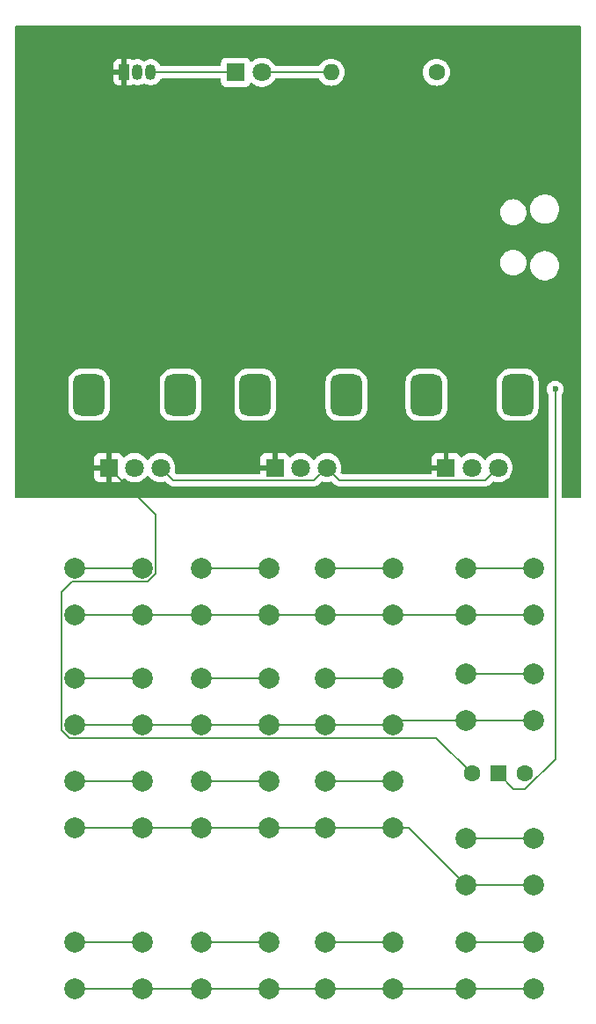
<source format=gtl>
G04 #@! TF.GenerationSoftware,KiCad,Pcbnew,8.0.4*
G04 #@! TF.CreationDate,2024-08-21T22:32:04+02:00*
G04 #@! TF.ProjectId,pixxy,70697878-792e-46b6-9963-61645f706362,rev?*
G04 #@! TF.SameCoordinates,Original*
G04 #@! TF.FileFunction,Copper,L1,Top*
G04 #@! TF.FilePolarity,Positive*
%FSLAX46Y46*%
G04 Gerber Fmt 4.6, Leading zero omitted, Abs format (unit mm)*
G04 Created by KiCad (PCBNEW 8.0.4) date 2024-08-21 22:32:04*
%MOMM*%
%LPD*%
G01*
G04 APERTURE LIST*
G04 Aperture macros list*
%AMRoundRect*
0 Rectangle with rounded corners*
0 $1 Rounding radius*
0 $2 $3 $4 $5 $6 $7 $8 $9 X,Y pos of 4 corners*
0 Add a 4 corners polygon primitive as box body*
4,1,4,$2,$3,$4,$5,$6,$7,$8,$9,$2,$3,0*
0 Add four circle primitives for the rounded corners*
1,1,$1+$1,$2,$3*
1,1,$1+$1,$4,$5*
1,1,$1+$1,$6,$7*
1,1,$1+$1,$8,$9*
0 Add four rect primitives between the rounded corners*
20,1,$1+$1,$2,$3,$4,$5,0*
20,1,$1+$1,$4,$5,$6,$7,0*
20,1,$1+$1,$6,$7,$8,$9,0*
20,1,$1+$1,$8,$9,$2,$3,0*%
G04 Aperture macros list end*
G04 #@! TA.AperFunction,ComponentPad*
%ADD10R,1.800000X1.800000*%
G04 #@! TD*
G04 #@! TA.AperFunction,ComponentPad*
%ADD11C,1.800000*%
G04 #@! TD*
G04 #@! TA.AperFunction,ComponentPad*
%ADD12RoundRect,0.750000X0.750000X-1.250000X0.750000X1.250000X-0.750000X1.250000X-0.750000X-1.250000X0*%
G04 #@! TD*
G04 #@! TA.AperFunction,ComponentPad*
%ADD13C,2.000000*%
G04 #@! TD*
G04 #@! TA.AperFunction,ComponentPad*
%ADD14R,1.500000X1.500000*%
G04 #@! TD*
G04 #@! TA.AperFunction,ComponentPad*
%ADD15C,1.600000*%
G04 #@! TD*
G04 #@! TA.AperFunction,ComponentPad*
%ADD16R,1.050000X1.500000*%
G04 #@! TD*
G04 #@! TA.AperFunction,ComponentPad*
%ADD17O,1.050000X1.500000*%
G04 #@! TD*
G04 #@! TA.AperFunction,ComponentPad*
%ADD18O,1.600000X1.600000*%
G04 #@! TD*
G04 #@! TA.AperFunction,ViaPad*
%ADD19C,0.600000*%
G04 #@! TD*
G04 #@! TA.AperFunction,Conductor*
%ADD20C,0.200000*%
G04 #@! TD*
G04 APERTURE END LIST*
D10*
X83000000Y-76550000D03*
D11*
X85500000Y-76550000D03*
X88000000Y-76550000D03*
D12*
X81100000Y-69550000D03*
X89900000Y-69550000D03*
D13*
X59400000Y-86250000D03*
X65900000Y-86250000D03*
X59400000Y-90750000D03*
X65900000Y-90750000D03*
X47250000Y-96800000D03*
X53750000Y-96800000D03*
X47250000Y-101300000D03*
X53750000Y-101300000D03*
D14*
X88000000Y-106000000D03*
D15*
X85460000Y-106000000D03*
X90540000Y-106000000D03*
D13*
X59400000Y-96800000D03*
X65900000Y-96800000D03*
X59400000Y-101300000D03*
X65900000Y-101300000D03*
X84900000Y-112250000D03*
X91400000Y-112250000D03*
X84900000Y-116750000D03*
X91400000Y-116750000D03*
D16*
X52000000Y-38500000D03*
D17*
X53270000Y-38500000D03*
X54540000Y-38500000D03*
D10*
X66500000Y-76550000D03*
D11*
X69000000Y-76550000D03*
X71500000Y-76550000D03*
D12*
X64600000Y-69550000D03*
X73400000Y-69550000D03*
D13*
X84900000Y-86250000D03*
X91400000Y-86250000D03*
X84900000Y-90750000D03*
X91400000Y-90750000D03*
D10*
X62725000Y-38500000D03*
D11*
X65265000Y-38500000D03*
D13*
X71400000Y-122250000D03*
X77900000Y-122250000D03*
X71400000Y-126750000D03*
X77900000Y-126750000D03*
X47250000Y-86250000D03*
X53750000Y-86250000D03*
X47250000Y-90750000D03*
X53750000Y-90750000D03*
X71400000Y-86250000D03*
X77900000Y-86250000D03*
X71400000Y-90750000D03*
X77900000Y-90750000D03*
X59400000Y-106750000D03*
X65900000Y-106750000D03*
X59400000Y-111250000D03*
X65900000Y-111250000D03*
X71400000Y-106750000D03*
X77900000Y-106750000D03*
X71400000Y-111250000D03*
X77900000Y-111250000D03*
X84900000Y-122250000D03*
X91400000Y-122250000D03*
X84900000Y-126750000D03*
X91400000Y-126750000D03*
D10*
X50500000Y-76550000D03*
D11*
X53000000Y-76550000D03*
X55500000Y-76550000D03*
D12*
X48600000Y-69550000D03*
X57400000Y-69550000D03*
D13*
X47250000Y-122250000D03*
X53750000Y-122250000D03*
X47250000Y-126750000D03*
X53750000Y-126750000D03*
X84900000Y-96400000D03*
X91400000Y-96400000D03*
X84900000Y-100900000D03*
X91400000Y-100900000D03*
X71400000Y-96800000D03*
X77900000Y-96800000D03*
X71400000Y-101300000D03*
X77900000Y-101300000D03*
X59400000Y-122250000D03*
X65900000Y-122250000D03*
X59400000Y-126750000D03*
X65900000Y-126750000D03*
D15*
X82080000Y-38500000D03*
D18*
X71920000Y-38500000D03*
D13*
X47250000Y-106750000D03*
X53750000Y-106750000D03*
X47250000Y-111250000D03*
X53750000Y-111250000D03*
D19*
X87500000Y-47500000D03*
X93500000Y-69000000D03*
D20*
X71920000Y-38500000D02*
X65265000Y-38500000D01*
X62725000Y-38500000D02*
X54540000Y-38500000D01*
X55050000Y-86788478D02*
X54288478Y-87550000D01*
X46950000Y-87550000D02*
X45950000Y-88550000D01*
X46711522Y-102600000D02*
X82060000Y-102600000D01*
X82060000Y-102600000D02*
X85460000Y-106000000D01*
X54288478Y-87550000D02*
X46950000Y-87550000D01*
X45950000Y-101838478D02*
X46711522Y-102600000D01*
X55050000Y-81100000D02*
X55050000Y-86788478D01*
X50500000Y-76550000D02*
X55050000Y-81100000D01*
X45950000Y-88550000D02*
X45950000Y-101838478D01*
X71400000Y-90750000D02*
X77900000Y-90750000D01*
X77900000Y-90750000D02*
X84900000Y-90750000D01*
X53750000Y-90750000D02*
X59400000Y-90750000D01*
X65900000Y-90750000D02*
X59400000Y-90750000D01*
X84900000Y-90750000D02*
X91400000Y-90750000D01*
X65900000Y-90750000D02*
X71400000Y-90750000D01*
X47250000Y-90750000D02*
X53750000Y-90750000D01*
X53750000Y-96800000D02*
X47250000Y-96800000D01*
X47250000Y-122250000D02*
X53750000Y-122250000D01*
X53750000Y-106750000D02*
X47250000Y-106750000D01*
X53750000Y-86250000D02*
X47250000Y-86250000D01*
X59400000Y-86250000D02*
X65900000Y-86250000D01*
X65900000Y-106750000D02*
X59400000Y-106750000D01*
X65900000Y-96800000D02*
X59400000Y-96800000D01*
X65900000Y-122250000D02*
X59400000Y-122250000D01*
X77900000Y-86250000D02*
X71400000Y-86250000D01*
X71400000Y-122250000D02*
X77900000Y-122250000D01*
X77900000Y-96800000D02*
X71400000Y-96800000D01*
X77900000Y-106750000D02*
X71400000Y-106750000D01*
X91400000Y-112250000D02*
X84900000Y-112250000D01*
X91400000Y-86250000D02*
X84900000Y-86250000D01*
X91400000Y-96400000D02*
X84900000Y-96400000D01*
X91400000Y-122250000D02*
X84900000Y-122250000D01*
X55500000Y-76550000D02*
X56700000Y-77750000D01*
X56700000Y-77750000D02*
X70300000Y-77750000D01*
X86800000Y-77750000D02*
X87717157Y-76832843D01*
X70300000Y-77750000D02*
X71500000Y-76550000D01*
X71500000Y-76550000D02*
X72700000Y-77750000D01*
X72700000Y-77750000D02*
X86800000Y-77750000D01*
X59400000Y-101300000D02*
X65900000Y-101300000D01*
X78300000Y-100900000D02*
X77900000Y-101300000D01*
X71400000Y-101300000D02*
X77900000Y-101300000D01*
X59400000Y-101300000D02*
X53750000Y-101300000D01*
X84900000Y-100900000D02*
X78300000Y-100900000D01*
X84900000Y-100900000D02*
X91400000Y-100900000D01*
X71400000Y-101300000D02*
X65900000Y-101300000D01*
X47250000Y-101300000D02*
X53750000Y-101300000D01*
X84900000Y-116750000D02*
X91400000Y-116750000D01*
X47250000Y-111250000D02*
X53750000Y-111250000D01*
X77900000Y-111250000D02*
X79400000Y-111250000D01*
X53750000Y-111250000D02*
X59400000Y-111250000D01*
X59400000Y-111250000D02*
X65900000Y-111250000D01*
X79400000Y-111250000D02*
X84900000Y-116750000D01*
X71400000Y-111250000D02*
X77900000Y-111250000D01*
X65900000Y-111250000D02*
X71400000Y-111250000D01*
X53750000Y-126750000D02*
X47250000Y-126750000D01*
X59400000Y-126750000D02*
X53750000Y-126750000D01*
X59400000Y-126750000D02*
X65900000Y-126750000D01*
X84900000Y-126750000D02*
X91400000Y-126750000D01*
X84900000Y-126750000D02*
X77900000Y-126750000D01*
X77900000Y-126750000D02*
X71400000Y-126750000D01*
X71400000Y-126750000D02*
X65900000Y-126750000D01*
X90595635Y-107500000D02*
X93500000Y-104595635D01*
X88000000Y-106000000D02*
X89500000Y-107500000D01*
X93500000Y-104595635D02*
X93500000Y-69000000D01*
X89500000Y-107500000D02*
X90595635Y-107500000D01*
G04 #@! TA.AperFunction,Conductor*
G36*
X95942539Y-34020185D02*
G01*
X95988294Y-34072989D01*
X95999500Y-34124500D01*
X95999500Y-79376000D01*
X95979815Y-79443039D01*
X95927011Y-79488794D01*
X95875500Y-79500000D01*
X94224500Y-79500000D01*
X94157461Y-79480315D01*
X94111706Y-79427511D01*
X94100500Y-79376000D01*
X94100500Y-69582412D01*
X94120185Y-69515373D01*
X94127555Y-69505097D01*
X94129810Y-69502267D01*
X94129816Y-69502262D01*
X94225789Y-69349522D01*
X94285368Y-69179255D01*
X94305565Y-69000000D01*
X94285368Y-68820745D01*
X94225789Y-68650478D01*
X94129816Y-68497738D01*
X94002262Y-68370184D01*
X93849523Y-68274211D01*
X93679254Y-68214631D01*
X93679249Y-68214630D01*
X93500004Y-68194435D01*
X93499996Y-68194435D01*
X93320750Y-68214630D01*
X93320745Y-68214631D01*
X93150476Y-68274211D01*
X92997737Y-68370184D01*
X92870184Y-68497737D01*
X92774211Y-68650476D01*
X92714631Y-68820745D01*
X92714630Y-68820750D01*
X92694435Y-68999996D01*
X92694435Y-69000003D01*
X92714630Y-69179249D01*
X92714631Y-69179254D01*
X92774211Y-69349523D01*
X92870185Y-69502263D01*
X92872445Y-69505097D01*
X92873334Y-69507275D01*
X92873889Y-69508158D01*
X92873734Y-69508255D01*
X92898855Y-69569783D01*
X92899500Y-69582412D01*
X92899500Y-79376000D01*
X92879815Y-79443039D01*
X92827011Y-79488794D01*
X92775500Y-79500000D01*
X41624500Y-79500000D01*
X41557461Y-79480315D01*
X41511706Y-79427511D01*
X41500500Y-79376000D01*
X41500500Y-75602155D01*
X49100000Y-75602155D01*
X49100000Y-76300000D01*
X50066988Y-76300000D01*
X50034075Y-76357007D01*
X50000000Y-76484174D01*
X50000000Y-76615826D01*
X50034075Y-76742993D01*
X50066988Y-76800000D01*
X49100000Y-76800000D01*
X49100000Y-77497844D01*
X49106401Y-77557372D01*
X49106403Y-77557379D01*
X49156645Y-77692086D01*
X49156649Y-77692093D01*
X49242809Y-77807187D01*
X49242812Y-77807190D01*
X49357906Y-77893350D01*
X49357913Y-77893354D01*
X49492620Y-77943596D01*
X49492627Y-77943598D01*
X49552155Y-77949999D01*
X49552172Y-77950000D01*
X50250000Y-77950000D01*
X50250000Y-76983012D01*
X50307007Y-77015925D01*
X50434174Y-77050000D01*
X50565826Y-77050000D01*
X50692993Y-77015925D01*
X50750000Y-76983012D01*
X50750000Y-77950000D01*
X51447828Y-77950000D01*
X51447844Y-77949999D01*
X51507372Y-77943598D01*
X51507379Y-77943596D01*
X51642086Y-77893354D01*
X51642093Y-77893350D01*
X51757187Y-77807190D01*
X51757190Y-77807187D01*
X51843350Y-77692093D01*
X51843353Y-77692088D01*
X51861678Y-77642955D01*
X51903549Y-77587020D01*
X51969013Y-77562602D01*
X52037286Y-77577453D01*
X52054023Y-77588433D01*
X52231365Y-77726464D01*
X52231371Y-77726468D01*
X52231374Y-77726470D01*
X52435497Y-77836936D01*
X52549487Y-77876068D01*
X52655015Y-77912297D01*
X52655017Y-77912297D01*
X52655019Y-77912298D01*
X52883951Y-77950500D01*
X52883952Y-77950500D01*
X53116048Y-77950500D01*
X53116049Y-77950500D01*
X53344981Y-77912298D01*
X53564503Y-77836936D01*
X53768626Y-77726470D01*
X53951784Y-77583913D01*
X54108979Y-77413153D01*
X54146191Y-77356196D01*
X54199337Y-77310839D01*
X54268569Y-77301415D01*
X54331904Y-77330917D01*
X54353809Y-77356196D01*
X54391016Y-77413147D01*
X54391019Y-77413151D01*
X54391021Y-77413153D01*
X54548216Y-77583913D01*
X54548219Y-77583915D01*
X54548222Y-77583918D01*
X54731365Y-77726464D01*
X54731371Y-77726468D01*
X54731374Y-77726470D01*
X54935497Y-77836936D01*
X55049487Y-77876068D01*
X55155015Y-77912297D01*
X55155017Y-77912297D01*
X55155019Y-77912298D01*
X55383951Y-77950500D01*
X55383952Y-77950500D01*
X55616048Y-77950500D01*
X55616049Y-77950500D01*
X55844981Y-77912298D01*
X55896897Y-77894474D01*
X55966693Y-77891324D01*
X56024840Y-77924075D01*
X56215139Y-78114374D01*
X56215149Y-78114385D01*
X56219479Y-78118715D01*
X56219480Y-78118716D01*
X56331284Y-78230520D01*
X56418095Y-78280639D01*
X56418097Y-78280641D01*
X56468213Y-78309576D01*
X56468215Y-78309577D01*
X56620942Y-78350500D01*
X56620943Y-78350500D01*
X70213331Y-78350500D01*
X70213347Y-78350501D01*
X70220943Y-78350501D01*
X70379054Y-78350501D01*
X70379057Y-78350501D01*
X70531785Y-78309577D01*
X70581904Y-78280639D01*
X70668716Y-78230520D01*
X70780520Y-78118716D01*
X70780520Y-78118714D01*
X70790728Y-78108507D01*
X70790730Y-78108504D01*
X70975160Y-77924073D01*
X71036481Y-77890590D01*
X71103102Y-77894474D01*
X71155019Y-77912298D01*
X71383951Y-77950500D01*
X71383952Y-77950500D01*
X71616048Y-77950500D01*
X71616049Y-77950500D01*
X71844981Y-77912298D01*
X71896897Y-77894474D01*
X71966693Y-77891324D01*
X72024840Y-77924075D01*
X72215139Y-78114374D01*
X72215149Y-78114385D01*
X72219479Y-78118715D01*
X72219480Y-78118716D01*
X72331284Y-78230520D01*
X72418095Y-78280639D01*
X72418097Y-78280641D01*
X72468213Y-78309576D01*
X72468215Y-78309577D01*
X72620942Y-78350500D01*
X72620943Y-78350500D01*
X86713331Y-78350500D01*
X86713347Y-78350501D01*
X86720943Y-78350501D01*
X86879054Y-78350501D01*
X86879057Y-78350501D01*
X87031785Y-78309577D01*
X87081904Y-78280639D01*
X87168716Y-78230520D01*
X87280520Y-78118716D01*
X87280520Y-78118714D01*
X87290728Y-78108507D01*
X87290730Y-78108504D01*
X87475160Y-77924073D01*
X87536481Y-77890590D01*
X87603102Y-77894474D01*
X87655019Y-77912298D01*
X87883951Y-77950500D01*
X87883952Y-77950500D01*
X88116048Y-77950500D01*
X88116049Y-77950500D01*
X88344981Y-77912298D01*
X88564503Y-77836936D01*
X88768626Y-77726470D01*
X88951784Y-77583913D01*
X89108979Y-77413153D01*
X89235924Y-77218849D01*
X89329157Y-77006300D01*
X89386134Y-76781305D01*
X89405300Y-76550000D01*
X89405300Y-76549993D01*
X89386135Y-76318702D01*
X89386133Y-76318691D01*
X89329157Y-76093699D01*
X89235924Y-75881151D01*
X89108983Y-75686852D01*
X89108980Y-75686849D01*
X89108979Y-75686847D01*
X88951784Y-75516087D01*
X88951779Y-75516083D01*
X88951777Y-75516081D01*
X88768634Y-75373535D01*
X88768628Y-75373531D01*
X88564504Y-75263064D01*
X88564495Y-75263061D01*
X88344984Y-75187702D01*
X88157404Y-75156401D01*
X88116049Y-75149500D01*
X87883951Y-75149500D01*
X87842596Y-75156401D01*
X87655015Y-75187702D01*
X87435504Y-75263061D01*
X87435495Y-75263064D01*
X87231371Y-75373531D01*
X87231365Y-75373535D01*
X87048222Y-75516081D01*
X87048219Y-75516084D01*
X87048216Y-75516086D01*
X87048216Y-75516087D01*
X87023785Y-75542627D01*
X86891015Y-75686854D01*
X86853808Y-75743804D01*
X86800662Y-75789161D01*
X86731430Y-75798584D01*
X86668095Y-75769082D01*
X86646192Y-75743804D01*
X86608984Y-75686854D01*
X86608982Y-75686852D01*
X86608979Y-75686847D01*
X86451784Y-75516087D01*
X86451779Y-75516083D01*
X86451777Y-75516081D01*
X86268634Y-75373535D01*
X86268628Y-75373531D01*
X86064504Y-75263064D01*
X86064495Y-75263061D01*
X85844984Y-75187702D01*
X85657404Y-75156401D01*
X85616049Y-75149500D01*
X85383951Y-75149500D01*
X85342596Y-75156401D01*
X85155015Y-75187702D01*
X84935504Y-75263061D01*
X84935495Y-75263064D01*
X84731372Y-75373531D01*
X84554023Y-75511567D01*
X84489029Y-75537209D01*
X84420489Y-75523642D01*
X84370164Y-75475174D01*
X84361679Y-75457045D01*
X84343355Y-75407915D01*
X84343350Y-75407906D01*
X84257190Y-75292812D01*
X84257187Y-75292809D01*
X84142093Y-75206649D01*
X84142086Y-75206645D01*
X84007379Y-75156403D01*
X84007372Y-75156401D01*
X83947844Y-75150000D01*
X83250000Y-75150000D01*
X83250000Y-76116988D01*
X83192993Y-76084075D01*
X83065826Y-76050000D01*
X82934174Y-76050000D01*
X82807007Y-76084075D01*
X82750000Y-76116988D01*
X82750000Y-75150000D01*
X82052155Y-75150000D01*
X81992627Y-75156401D01*
X81992620Y-75156403D01*
X81857913Y-75206645D01*
X81857906Y-75206649D01*
X81742812Y-75292809D01*
X81742809Y-75292812D01*
X81656649Y-75407906D01*
X81656645Y-75407913D01*
X81606403Y-75542620D01*
X81606401Y-75542627D01*
X81600000Y-75602155D01*
X81600000Y-76300000D01*
X82566988Y-76300000D01*
X82534075Y-76357007D01*
X82500000Y-76484174D01*
X82500000Y-76615826D01*
X82534075Y-76742993D01*
X82566988Y-76800000D01*
X81600000Y-76800000D01*
X81600000Y-77025500D01*
X81580315Y-77092539D01*
X81527511Y-77138294D01*
X81476000Y-77149500D01*
X73000097Y-77149500D01*
X72933058Y-77129815D01*
X72912416Y-77113181D01*
X72874204Y-77074969D01*
X72840719Y-77013646D01*
X72841680Y-76956847D01*
X72886131Y-76781317D01*
X72886133Y-76781308D01*
X72886134Y-76781305D01*
X72905300Y-76550000D01*
X72905300Y-76549993D01*
X72886135Y-76318702D01*
X72886133Y-76318691D01*
X72829157Y-76093699D01*
X72735924Y-75881151D01*
X72608983Y-75686852D01*
X72608980Y-75686849D01*
X72608979Y-75686847D01*
X72451784Y-75516087D01*
X72451779Y-75516083D01*
X72451777Y-75516081D01*
X72268634Y-75373535D01*
X72268628Y-75373531D01*
X72064504Y-75263064D01*
X72064495Y-75263061D01*
X71844984Y-75187702D01*
X71657404Y-75156401D01*
X71616049Y-75149500D01*
X71383951Y-75149500D01*
X71342596Y-75156401D01*
X71155015Y-75187702D01*
X70935504Y-75263061D01*
X70935495Y-75263064D01*
X70731371Y-75373531D01*
X70731365Y-75373535D01*
X70548222Y-75516081D01*
X70548219Y-75516084D01*
X70548216Y-75516086D01*
X70548216Y-75516087D01*
X70523785Y-75542627D01*
X70391015Y-75686854D01*
X70353808Y-75743804D01*
X70300662Y-75789161D01*
X70231430Y-75798584D01*
X70168095Y-75769082D01*
X70146192Y-75743804D01*
X70108984Y-75686854D01*
X70108982Y-75686852D01*
X70108979Y-75686847D01*
X69951784Y-75516087D01*
X69951779Y-75516083D01*
X69951777Y-75516081D01*
X69768634Y-75373535D01*
X69768628Y-75373531D01*
X69564504Y-75263064D01*
X69564495Y-75263061D01*
X69344984Y-75187702D01*
X69157404Y-75156401D01*
X69116049Y-75149500D01*
X68883951Y-75149500D01*
X68842596Y-75156401D01*
X68655015Y-75187702D01*
X68435504Y-75263061D01*
X68435495Y-75263064D01*
X68231372Y-75373531D01*
X68054023Y-75511567D01*
X67989029Y-75537209D01*
X67920489Y-75523642D01*
X67870164Y-75475174D01*
X67861679Y-75457045D01*
X67843355Y-75407915D01*
X67843350Y-75407906D01*
X67757190Y-75292812D01*
X67757187Y-75292809D01*
X67642093Y-75206649D01*
X67642086Y-75206645D01*
X67507379Y-75156403D01*
X67507372Y-75156401D01*
X67447844Y-75150000D01*
X66750000Y-75150000D01*
X66750000Y-76116988D01*
X66692993Y-76084075D01*
X66565826Y-76050000D01*
X66434174Y-76050000D01*
X66307007Y-76084075D01*
X66250000Y-76116988D01*
X66250000Y-75150000D01*
X65552155Y-75150000D01*
X65492627Y-75156401D01*
X65492620Y-75156403D01*
X65357913Y-75206645D01*
X65357906Y-75206649D01*
X65242812Y-75292809D01*
X65242809Y-75292812D01*
X65156649Y-75407906D01*
X65156645Y-75407913D01*
X65106403Y-75542620D01*
X65106401Y-75542627D01*
X65100000Y-75602155D01*
X65100000Y-76300000D01*
X66066988Y-76300000D01*
X66034075Y-76357007D01*
X66000000Y-76484174D01*
X66000000Y-76615826D01*
X66034075Y-76742993D01*
X66066988Y-76800000D01*
X65100000Y-76800000D01*
X65100000Y-77025500D01*
X65080315Y-77092539D01*
X65027511Y-77138294D01*
X64976000Y-77149500D01*
X57000097Y-77149500D01*
X56933058Y-77129815D01*
X56912416Y-77113181D01*
X56874204Y-77074969D01*
X56840719Y-77013646D01*
X56841680Y-76956847D01*
X56886131Y-76781317D01*
X56886133Y-76781308D01*
X56886134Y-76781305D01*
X56905300Y-76550000D01*
X56905300Y-76549993D01*
X56886135Y-76318702D01*
X56886133Y-76318691D01*
X56829157Y-76093699D01*
X56735924Y-75881151D01*
X56608983Y-75686852D01*
X56608980Y-75686849D01*
X56608979Y-75686847D01*
X56451784Y-75516087D01*
X56451779Y-75516083D01*
X56451777Y-75516081D01*
X56268634Y-75373535D01*
X56268628Y-75373531D01*
X56064504Y-75263064D01*
X56064495Y-75263061D01*
X55844984Y-75187702D01*
X55657404Y-75156401D01*
X55616049Y-75149500D01*
X55383951Y-75149500D01*
X55342596Y-75156401D01*
X55155015Y-75187702D01*
X54935504Y-75263061D01*
X54935495Y-75263064D01*
X54731371Y-75373531D01*
X54731365Y-75373535D01*
X54548222Y-75516081D01*
X54548219Y-75516084D01*
X54548216Y-75516086D01*
X54548216Y-75516087D01*
X54523785Y-75542627D01*
X54391015Y-75686854D01*
X54353808Y-75743804D01*
X54300662Y-75789161D01*
X54231430Y-75798584D01*
X54168095Y-75769082D01*
X54146192Y-75743804D01*
X54108984Y-75686854D01*
X54108982Y-75686852D01*
X54108979Y-75686847D01*
X53951784Y-75516087D01*
X53951779Y-75516083D01*
X53951777Y-75516081D01*
X53768634Y-75373535D01*
X53768628Y-75373531D01*
X53564504Y-75263064D01*
X53564495Y-75263061D01*
X53344984Y-75187702D01*
X53157404Y-75156401D01*
X53116049Y-75149500D01*
X52883951Y-75149500D01*
X52842596Y-75156401D01*
X52655015Y-75187702D01*
X52435504Y-75263061D01*
X52435495Y-75263064D01*
X52231372Y-75373531D01*
X52054023Y-75511567D01*
X51989029Y-75537209D01*
X51920489Y-75523642D01*
X51870164Y-75475174D01*
X51861679Y-75457045D01*
X51843355Y-75407915D01*
X51843350Y-75407906D01*
X51757190Y-75292812D01*
X51757187Y-75292809D01*
X51642093Y-75206649D01*
X51642086Y-75206645D01*
X51507379Y-75156403D01*
X51507372Y-75156401D01*
X51447844Y-75150000D01*
X50750000Y-75150000D01*
X50750000Y-76116988D01*
X50692993Y-76084075D01*
X50565826Y-76050000D01*
X50434174Y-76050000D01*
X50307007Y-76084075D01*
X50250000Y-76116988D01*
X50250000Y-75150000D01*
X49552155Y-75150000D01*
X49492627Y-75156401D01*
X49492620Y-75156403D01*
X49357913Y-75206645D01*
X49357906Y-75206649D01*
X49242812Y-75292809D01*
X49242809Y-75292812D01*
X49156649Y-75407906D01*
X49156645Y-75407913D01*
X49106403Y-75542620D01*
X49106401Y-75542627D01*
X49100000Y-75602155D01*
X41500500Y-75602155D01*
X41500500Y-68235777D01*
X46599500Y-68235777D01*
X46599500Y-70864208D01*
X46599501Y-70864223D01*
X46609904Y-70996413D01*
X46609905Y-70996420D01*
X46664902Y-71214678D01*
X46664903Y-71214681D01*
X46757991Y-71419622D01*
X46757997Y-71419632D01*
X46886174Y-71604645D01*
X46886178Y-71604650D01*
X46886181Y-71604654D01*
X47045346Y-71763819D01*
X47045350Y-71763822D01*
X47045354Y-71763825D01*
X47184603Y-71860297D01*
X47230374Y-71892007D01*
X47435317Y-71985096D01*
X47435321Y-71985097D01*
X47653579Y-72040094D01*
X47653581Y-72040094D01*
X47653588Y-72040096D01*
X47785783Y-72050500D01*
X49414216Y-72050499D01*
X49546412Y-72040096D01*
X49764683Y-71985096D01*
X49969626Y-71892007D01*
X50154654Y-71763819D01*
X50313819Y-71604654D01*
X50442007Y-71419626D01*
X50535096Y-71214683D01*
X50590096Y-70996412D01*
X50600500Y-70864217D01*
X50600499Y-68235784D01*
X50600498Y-68235777D01*
X55399500Y-68235777D01*
X55399500Y-70864208D01*
X55399501Y-70864223D01*
X55409904Y-70996413D01*
X55409905Y-70996420D01*
X55464902Y-71214678D01*
X55464903Y-71214681D01*
X55557991Y-71419622D01*
X55557997Y-71419632D01*
X55686174Y-71604645D01*
X55686178Y-71604650D01*
X55686181Y-71604654D01*
X55845346Y-71763819D01*
X55845350Y-71763822D01*
X55845354Y-71763825D01*
X55984603Y-71860297D01*
X56030374Y-71892007D01*
X56235317Y-71985096D01*
X56235321Y-71985097D01*
X56453579Y-72040094D01*
X56453581Y-72040094D01*
X56453588Y-72040096D01*
X56585783Y-72050500D01*
X58214216Y-72050499D01*
X58346412Y-72040096D01*
X58564683Y-71985096D01*
X58769626Y-71892007D01*
X58954654Y-71763819D01*
X59113819Y-71604654D01*
X59242007Y-71419626D01*
X59335096Y-71214683D01*
X59390096Y-70996412D01*
X59400500Y-70864217D01*
X59400499Y-68235784D01*
X59400498Y-68235777D01*
X62599500Y-68235777D01*
X62599500Y-70864208D01*
X62599501Y-70864223D01*
X62609904Y-70996413D01*
X62609905Y-70996420D01*
X62664902Y-71214678D01*
X62664903Y-71214681D01*
X62757991Y-71419622D01*
X62757997Y-71419632D01*
X62886174Y-71604645D01*
X62886178Y-71604650D01*
X62886181Y-71604654D01*
X63045346Y-71763819D01*
X63045350Y-71763822D01*
X63045354Y-71763825D01*
X63184603Y-71860297D01*
X63230374Y-71892007D01*
X63435317Y-71985096D01*
X63435321Y-71985097D01*
X63653579Y-72040094D01*
X63653581Y-72040094D01*
X63653588Y-72040096D01*
X63785783Y-72050500D01*
X65414216Y-72050499D01*
X65546412Y-72040096D01*
X65764683Y-71985096D01*
X65969626Y-71892007D01*
X66154654Y-71763819D01*
X66313819Y-71604654D01*
X66442007Y-71419626D01*
X66535096Y-71214683D01*
X66590096Y-70996412D01*
X66600500Y-70864217D01*
X66600499Y-68235784D01*
X66600498Y-68235777D01*
X71399500Y-68235777D01*
X71399500Y-70864208D01*
X71399501Y-70864223D01*
X71409904Y-70996413D01*
X71409905Y-70996420D01*
X71464902Y-71214678D01*
X71464903Y-71214681D01*
X71557991Y-71419622D01*
X71557997Y-71419632D01*
X71686174Y-71604645D01*
X71686178Y-71604650D01*
X71686181Y-71604654D01*
X71845346Y-71763819D01*
X71845350Y-71763822D01*
X71845354Y-71763825D01*
X71984603Y-71860297D01*
X72030374Y-71892007D01*
X72235317Y-71985096D01*
X72235321Y-71985097D01*
X72453579Y-72040094D01*
X72453581Y-72040094D01*
X72453588Y-72040096D01*
X72585783Y-72050500D01*
X74214216Y-72050499D01*
X74346412Y-72040096D01*
X74564683Y-71985096D01*
X74769626Y-71892007D01*
X74954654Y-71763819D01*
X75113819Y-71604654D01*
X75242007Y-71419626D01*
X75335096Y-71214683D01*
X75390096Y-70996412D01*
X75400500Y-70864217D01*
X75400499Y-68235784D01*
X75400498Y-68235777D01*
X79099500Y-68235777D01*
X79099500Y-70864208D01*
X79099501Y-70864223D01*
X79109904Y-70996413D01*
X79109905Y-70996420D01*
X79164902Y-71214678D01*
X79164903Y-71214681D01*
X79257991Y-71419622D01*
X79257997Y-71419632D01*
X79386174Y-71604645D01*
X79386178Y-71604650D01*
X79386181Y-71604654D01*
X79545346Y-71763819D01*
X79545350Y-71763822D01*
X79545354Y-71763825D01*
X79684603Y-71860297D01*
X79730374Y-71892007D01*
X79935317Y-71985096D01*
X79935321Y-71985097D01*
X80153579Y-72040094D01*
X80153581Y-72040094D01*
X80153588Y-72040096D01*
X80285783Y-72050500D01*
X81914216Y-72050499D01*
X82046412Y-72040096D01*
X82264683Y-71985096D01*
X82469626Y-71892007D01*
X82654654Y-71763819D01*
X82813819Y-71604654D01*
X82942007Y-71419626D01*
X83035096Y-71214683D01*
X83090096Y-70996412D01*
X83100500Y-70864217D01*
X83100499Y-68235784D01*
X83100498Y-68235777D01*
X87899500Y-68235777D01*
X87899500Y-70864208D01*
X87899501Y-70864223D01*
X87909904Y-70996413D01*
X87909905Y-70996420D01*
X87964902Y-71214678D01*
X87964903Y-71214681D01*
X88057991Y-71419622D01*
X88057997Y-71419632D01*
X88186174Y-71604645D01*
X88186178Y-71604650D01*
X88186181Y-71604654D01*
X88345346Y-71763819D01*
X88345350Y-71763822D01*
X88345354Y-71763825D01*
X88484603Y-71860297D01*
X88530374Y-71892007D01*
X88735317Y-71985096D01*
X88735321Y-71985097D01*
X88953579Y-72040094D01*
X88953581Y-72040094D01*
X88953588Y-72040096D01*
X89085783Y-72050500D01*
X90714216Y-72050499D01*
X90846412Y-72040096D01*
X91064683Y-71985096D01*
X91269626Y-71892007D01*
X91454654Y-71763819D01*
X91613819Y-71604654D01*
X91742007Y-71419626D01*
X91835096Y-71214683D01*
X91890096Y-70996412D01*
X91900500Y-70864217D01*
X91900499Y-68235784D01*
X91890096Y-68103588D01*
X91835096Y-67885317D01*
X91742007Y-67680374D01*
X91613819Y-67495346D01*
X91454654Y-67336181D01*
X91454650Y-67336178D01*
X91454645Y-67336174D01*
X91269632Y-67207997D01*
X91269630Y-67207995D01*
X91269626Y-67207993D01*
X91064683Y-67114904D01*
X91064681Y-67114903D01*
X91064678Y-67114902D01*
X90846420Y-67059905D01*
X90846413Y-67059904D01*
X90802347Y-67056436D01*
X90714217Y-67049500D01*
X90714215Y-67049500D01*
X89085791Y-67049500D01*
X89085776Y-67049501D01*
X88953586Y-67059904D01*
X88953579Y-67059905D01*
X88735321Y-67114902D01*
X88735318Y-67114903D01*
X88530377Y-67207991D01*
X88530367Y-67207997D01*
X88345354Y-67336174D01*
X88345342Y-67336184D01*
X88186184Y-67495342D01*
X88186174Y-67495354D01*
X88057997Y-67680367D01*
X88057991Y-67680377D01*
X87964903Y-67885318D01*
X87964902Y-67885321D01*
X87909905Y-68103579D01*
X87909904Y-68103586D01*
X87899500Y-68235777D01*
X83100498Y-68235777D01*
X83090096Y-68103588D01*
X83035096Y-67885317D01*
X82942007Y-67680374D01*
X82813819Y-67495346D01*
X82654654Y-67336181D01*
X82654650Y-67336178D01*
X82654645Y-67336174D01*
X82469632Y-67207997D01*
X82469630Y-67207995D01*
X82469626Y-67207993D01*
X82264683Y-67114904D01*
X82264681Y-67114903D01*
X82264678Y-67114902D01*
X82046420Y-67059905D01*
X82046413Y-67059904D01*
X82002347Y-67056436D01*
X81914217Y-67049500D01*
X81914215Y-67049500D01*
X80285791Y-67049500D01*
X80285776Y-67049501D01*
X80153586Y-67059904D01*
X80153579Y-67059905D01*
X79935321Y-67114902D01*
X79935318Y-67114903D01*
X79730377Y-67207991D01*
X79730367Y-67207997D01*
X79545354Y-67336174D01*
X79545342Y-67336184D01*
X79386184Y-67495342D01*
X79386174Y-67495354D01*
X79257997Y-67680367D01*
X79257991Y-67680377D01*
X79164903Y-67885318D01*
X79164902Y-67885321D01*
X79109905Y-68103579D01*
X79109904Y-68103586D01*
X79099500Y-68235777D01*
X75400498Y-68235777D01*
X75390096Y-68103588D01*
X75335096Y-67885317D01*
X75242007Y-67680374D01*
X75113819Y-67495346D01*
X74954654Y-67336181D01*
X74954650Y-67336178D01*
X74954645Y-67336174D01*
X74769632Y-67207997D01*
X74769630Y-67207995D01*
X74769626Y-67207993D01*
X74564683Y-67114904D01*
X74564681Y-67114903D01*
X74564678Y-67114902D01*
X74346420Y-67059905D01*
X74346413Y-67059904D01*
X74302347Y-67056436D01*
X74214217Y-67049500D01*
X74214215Y-67049500D01*
X72585791Y-67049500D01*
X72585776Y-67049501D01*
X72453586Y-67059904D01*
X72453579Y-67059905D01*
X72235321Y-67114902D01*
X72235318Y-67114903D01*
X72030377Y-67207991D01*
X72030367Y-67207997D01*
X71845354Y-67336174D01*
X71845342Y-67336184D01*
X71686184Y-67495342D01*
X71686174Y-67495354D01*
X71557997Y-67680367D01*
X71557991Y-67680377D01*
X71464903Y-67885318D01*
X71464902Y-67885321D01*
X71409905Y-68103579D01*
X71409904Y-68103586D01*
X71399500Y-68235777D01*
X66600498Y-68235777D01*
X66590096Y-68103588D01*
X66535096Y-67885317D01*
X66442007Y-67680374D01*
X66313819Y-67495346D01*
X66154654Y-67336181D01*
X66154650Y-67336178D01*
X66154645Y-67336174D01*
X65969632Y-67207997D01*
X65969630Y-67207995D01*
X65969626Y-67207993D01*
X65764683Y-67114904D01*
X65764681Y-67114903D01*
X65764678Y-67114902D01*
X65546420Y-67059905D01*
X65546413Y-67059904D01*
X65502347Y-67056436D01*
X65414217Y-67049500D01*
X65414215Y-67049500D01*
X63785791Y-67049500D01*
X63785776Y-67049501D01*
X63653586Y-67059904D01*
X63653579Y-67059905D01*
X63435321Y-67114902D01*
X63435318Y-67114903D01*
X63230377Y-67207991D01*
X63230367Y-67207997D01*
X63045354Y-67336174D01*
X63045342Y-67336184D01*
X62886184Y-67495342D01*
X62886174Y-67495354D01*
X62757997Y-67680367D01*
X62757991Y-67680377D01*
X62664903Y-67885318D01*
X62664902Y-67885321D01*
X62609905Y-68103579D01*
X62609904Y-68103586D01*
X62599500Y-68235777D01*
X59400498Y-68235777D01*
X59390096Y-68103588D01*
X59335096Y-67885317D01*
X59242007Y-67680374D01*
X59113819Y-67495346D01*
X58954654Y-67336181D01*
X58954650Y-67336178D01*
X58954645Y-67336174D01*
X58769632Y-67207997D01*
X58769630Y-67207995D01*
X58769626Y-67207993D01*
X58564683Y-67114904D01*
X58564681Y-67114903D01*
X58564678Y-67114902D01*
X58346420Y-67059905D01*
X58346413Y-67059904D01*
X58302347Y-67056436D01*
X58214217Y-67049500D01*
X58214215Y-67049500D01*
X56585791Y-67049500D01*
X56585776Y-67049501D01*
X56453586Y-67059904D01*
X56453579Y-67059905D01*
X56235321Y-67114902D01*
X56235318Y-67114903D01*
X56030377Y-67207991D01*
X56030367Y-67207997D01*
X55845354Y-67336174D01*
X55845342Y-67336184D01*
X55686184Y-67495342D01*
X55686174Y-67495354D01*
X55557997Y-67680367D01*
X55557991Y-67680377D01*
X55464903Y-67885318D01*
X55464902Y-67885321D01*
X55409905Y-68103579D01*
X55409904Y-68103586D01*
X55399500Y-68235777D01*
X50600498Y-68235777D01*
X50590096Y-68103588D01*
X50535096Y-67885317D01*
X50442007Y-67680374D01*
X50313819Y-67495346D01*
X50154654Y-67336181D01*
X50154650Y-67336178D01*
X50154645Y-67336174D01*
X49969632Y-67207997D01*
X49969630Y-67207995D01*
X49969626Y-67207993D01*
X49764683Y-67114904D01*
X49764681Y-67114903D01*
X49764678Y-67114902D01*
X49546420Y-67059905D01*
X49546413Y-67059904D01*
X49502347Y-67056436D01*
X49414217Y-67049500D01*
X49414215Y-67049500D01*
X47785791Y-67049500D01*
X47785776Y-67049501D01*
X47653586Y-67059904D01*
X47653579Y-67059905D01*
X47435321Y-67114902D01*
X47435318Y-67114903D01*
X47230377Y-67207991D01*
X47230367Y-67207997D01*
X47045354Y-67336174D01*
X47045342Y-67336184D01*
X46886184Y-67495342D01*
X46886174Y-67495354D01*
X46757997Y-67680367D01*
X46757991Y-67680377D01*
X46664903Y-67885318D01*
X46664902Y-67885321D01*
X46609905Y-68103579D01*
X46609904Y-68103586D01*
X46599500Y-68235777D01*
X41500500Y-68235777D01*
X41500500Y-56814997D01*
X88214723Y-56814997D01*
X88214723Y-56815002D01*
X88233793Y-57032975D01*
X88233793Y-57032979D01*
X88290422Y-57244322D01*
X88290424Y-57244326D01*
X88290425Y-57244330D01*
X88336661Y-57343484D01*
X88382897Y-57442638D01*
X88382898Y-57442639D01*
X88508402Y-57621877D01*
X88663123Y-57776598D01*
X88842361Y-57902102D01*
X89040670Y-57994575D01*
X89252023Y-58051207D01*
X89434926Y-58067208D01*
X89469998Y-58070277D01*
X89470000Y-58070277D01*
X89470002Y-58070277D01*
X89498254Y-58067805D01*
X89687977Y-58051207D01*
X89899330Y-57994575D01*
X90097639Y-57902102D01*
X90276877Y-57776598D01*
X90431598Y-57621877D01*
X90557102Y-57442639D01*
X90649575Y-57244330D01*
X90684231Y-57114993D01*
X91094700Y-57114993D01*
X91094700Y-57115006D01*
X91113864Y-57346297D01*
X91113866Y-57346308D01*
X91170842Y-57571300D01*
X91264075Y-57783848D01*
X91391016Y-57978147D01*
X91391019Y-57978151D01*
X91391021Y-57978153D01*
X91548216Y-58148913D01*
X91548219Y-58148915D01*
X91548222Y-58148918D01*
X91731365Y-58291464D01*
X91731371Y-58291468D01*
X91731374Y-58291470D01*
X91935497Y-58401936D01*
X92049487Y-58441068D01*
X92155015Y-58477297D01*
X92155017Y-58477297D01*
X92155019Y-58477298D01*
X92383951Y-58515500D01*
X92383952Y-58515500D01*
X92616048Y-58515500D01*
X92616049Y-58515500D01*
X92844981Y-58477298D01*
X93064503Y-58401936D01*
X93268626Y-58291470D01*
X93451784Y-58148913D01*
X93608979Y-57978153D01*
X93735924Y-57783849D01*
X93829157Y-57571300D01*
X93886134Y-57346305D01*
X93894584Y-57244330D01*
X93905300Y-57115006D01*
X93905300Y-57114993D01*
X93886135Y-56883702D01*
X93886133Y-56883691D01*
X93829157Y-56658699D01*
X93735924Y-56446151D01*
X93608983Y-56251852D01*
X93608980Y-56251849D01*
X93608979Y-56251847D01*
X93451784Y-56081087D01*
X93451779Y-56081083D01*
X93451777Y-56081081D01*
X93268634Y-55938535D01*
X93268628Y-55938531D01*
X93064504Y-55828064D01*
X93064495Y-55828061D01*
X92844984Y-55752702D01*
X92673282Y-55724050D01*
X92616049Y-55714500D01*
X92383951Y-55714500D01*
X92338164Y-55722140D01*
X92155015Y-55752702D01*
X91935504Y-55828061D01*
X91935495Y-55828064D01*
X91731371Y-55938531D01*
X91731365Y-55938535D01*
X91548222Y-56081081D01*
X91548219Y-56081084D01*
X91391016Y-56251852D01*
X91264075Y-56446151D01*
X91170842Y-56658699D01*
X91113866Y-56883691D01*
X91113864Y-56883702D01*
X91094700Y-57114993D01*
X90684231Y-57114993D01*
X90706207Y-57032977D01*
X90725277Y-56815000D01*
X90706207Y-56597023D01*
X90649575Y-56385670D01*
X90557102Y-56187362D01*
X90557100Y-56187359D01*
X90557099Y-56187357D01*
X90431599Y-56008124D01*
X90362005Y-55938530D01*
X90276877Y-55853402D01*
X90097639Y-55727898D01*
X90097640Y-55727898D01*
X90097638Y-55727897D01*
X89998484Y-55681661D01*
X89899330Y-55635425D01*
X89899326Y-55635424D01*
X89899322Y-55635422D01*
X89687977Y-55578793D01*
X89470002Y-55559723D01*
X89469998Y-55559723D01*
X89324682Y-55572436D01*
X89252023Y-55578793D01*
X89252020Y-55578793D01*
X89040677Y-55635422D01*
X89040668Y-55635426D01*
X88842361Y-55727898D01*
X88842357Y-55727900D01*
X88663121Y-55853402D01*
X88508402Y-56008121D01*
X88382900Y-56187357D01*
X88382898Y-56187361D01*
X88290426Y-56385668D01*
X88290422Y-56385677D01*
X88233793Y-56597020D01*
X88233793Y-56597024D01*
X88214723Y-56814997D01*
X41500500Y-56814997D01*
X41500500Y-51964997D01*
X88214723Y-51964997D01*
X88214723Y-51965002D01*
X88233793Y-52182975D01*
X88233793Y-52182979D01*
X88290422Y-52394322D01*
X88290424Y-52394326D01*
X88290425Y-52394330D01*
X88336661Y-52493484D01*
X88382897Y-52592638D01*
X88382898Y-52592639D01*
X88508402Y-52771877D01*
X88663123Y-52926598D01*
X88842361Y-53052102D01*
X89040670Y-53144575D01*
X89252023Y-53201207D01*
X89434926Y-53217208D01*
X89469998Y-53220277D01*
X89470000Y-53220277D01*
X89470002Y-53220277D01*
X89498254Y-53217805D01*
X89687977Y-53201207D01*
X89899330Y-53144575D01*
X90097639Y-53052102D01*
X90276877Y-52926598D01*
X90431598Y-52771877D01*
X90557102Y-52592639D01*
X90649575Y-52394330D01*
X90706207Y-52182977D01*
X90725277Y-51965000D01*
X90706207Y-51747023D01*
X90684227Y-51664993D01*
X91094700Y-51664993D01*
X91094700Y-51665006D01*
X91113864Y-51896297D01*
X91113866Y-51896308D01*
X91170842Y-52121300D01*
X91264075Y-52333848D01*
X91391016Y-52528147D01*
X91391019Y-52528151D01*
X91391021Y-52528153D01*
X91548216Y-52698913D01*
X91548219Y-52698915D01*
X91548222Y-52698918D01*
X91731365Y-52841464D01*
X91731371Y-52841468D01*
X91731374Y-52841470D01*
X91935497Y-52951936D01*
X92049487Y-52991068D01*
X92155015Y-53027297D01*
X92155017Y-53027297D01*
X92155019Y-53027298D01*
X92383951Y-53065500D01*
X92383952Y-53065500D01*
X92616048Y-53065500D01*
X92616049Y-53065500D01*
X92844981Y-53027298D01*
X93064503Y-52951936D01*
X93268626Y-52841470D01*
X93451784Y-52698913D01*
X93608979Y-52528153D01*
X93735924Y-52333849D01*
X93829157Y-52121300D01*
X93886134Y-51896305D01*
X93886135Y-51896297D01*
X93905300Y-51665006D01*
X93905300Y-51664993D01*
X93886135Y-51433702D01*
X93886133Y-51433691D01*
X93829157Y-51208699D01*
X93735924Y-50996151D01*
X93608983Y-50801852D01*
X93608980Y-50801849D01*
X93608979Y-50801847D01*
X93451784Y-50631087D01*
X93451779Y-50631083D01*
X93451777Y-50631081D01*
X93268634Y-50488535D01*
X93268628Y-50488531D01*
X93064504Y-50378064D01*
X93064495Y-50378061D01*
X92844984Y-50302702D01*
X92673282Y-50274050D01*
X92616049Y-50264500D01*
X92383951Y-50264500D01*
X92338164Y-50272140D01*
X92155015Y-50302702D01*
X91935504Y-50378061D01*
X91935495Y-50378064D01*
X91731371Y-50488531D01*
X91731365Y-50488535D01*
X91548222Y-50631081D01*
X91548219Y-50631084D01*
X91391016Y-50801852D01*
X91264075Y-50996151D01*
X91170842Y-51208699D01*
X91113866Y-51433691D01*
X91113864Y-51433702D01*
X91094700Y-51664993D01*
X90684227Y-51664993D01*
X90649575Y-51535670D01*
X90557102Y-51337362D01*
X90557100Y-51337359D01*
X90557099Y-51337357D01*
X90431599Y-51158124D01*
X90431596Y-51158121D01*
X90276877Y-51003402D01*
X90097639Y-50877898D01*
X90097640Y-50877898D01*
X90097638Y-50877897D01*
X89998484Y-50831661D01*
X89899330Y-50785425D01*
X89899326Y-50785424D01*
X89899322Y-50785422D01*
X89687977Y-50728793D01*
X89470002Y-50709723D01*
X89469998Y-50709723D01*
X89324682Y-50722436D01*
X89252023Y-50728793D01*
X89252020Y-50728793D01*
X89040677Y-50785422D01*
X89040668Y-50785426D01*
X88842361Y-50877898D01*
X88842357Y-50877900D01*
X88663121Y-51003402D01*
X88508402Y-51158121D01*
X88382900Y-51337357D01*
X88382898Y-51337361D01*
X88290426Y-51535668D01*
X88290422Y-51535677D01*
X88233793Y-51747020D01*
X88233793Y-51747024D01*
X88214723Y-51964997D01*
X41500500Y-51964997D01*
X41500500Y-37702155D01*
X50975000Y-37702155D01*
X50975000Y-38250000D01*
X51719670Y-38250000D01*
X51699925Y-38269745D01*
X51650556Y-38355255D01*
X51625000Y-38450630D01*
X51625000Y-38549370D01*
X51650556Y-38644745D01*
X51699925Y-38730255D01*
X51719670Y-38750000D01*
X50975000Y-38750000D01*
X50975000Y-39297844D01*
X50981401Y-39357372D01*
X50981403Y-39357379D01*
X51031645Y-39492086D01*
X51031649Y-39492093D01*
X51117809Y-39607187D01*
X51117812Y-39607190D01*
X51232906Y-39693350D01*
X51232913Y-39693354D01*
X51367620Y-39743596D01*
X51367627Y-39743598D01*
X51427155Y-39749999D01*
X51427172Y-39750000D01*
X51750000Y-39750000D01*
X51750000Y-38780330D01*
X51769745Y-38800075D01*
X51855255Y-38849444D01*
X51950630Y-38875000D01*
X52049370Y-38875000D01*
X52144745Y-38849444D01*
X52230255Y-38800075D01*
X52244500Y-38785830D01*
X52244500Y-38826002D01*
X52247617Y-38841671D01*
X52250000Y-38865865D01*
X52250000Y-39750000D01*
X52572828Y-39750000D01*
X52572844Y-39749999D01*
X52632372Y-39743598D01*
X52632376Y-39743597D01*
X52767089Y-39693352D01*
X52767896Y-39692748D01*
X52768845Y-39692393D01*
X52774876Y-39689101D01*
X52775349Y-39689967D01*
X52833360Y-39668329D01*
X52889661Y-39677451D01*
X52970873Y-39711091D01*
X53134288Y-39743596D01*
X53168992Y-39750499D01*
X53168996Y-39750500D01*
X53168997Y-39750500D01*
X53371004Y-39750500D01*
X53371005Y-39750499D01*
X53569127Y-39711091D01*
X53755756Y-39633786D01*
X53836110Y-39580094D01*
X53902786Y-39559217D01*
X53970166Y-39577701D01*
X53973865Y-39580078D01*
X54054244Y-39633786D01*
X54240873Y-39711091D01*
X54404288Y-39743596D01*
X54438992Y-39750499D01*
X54438996Y-39750500D01*
X54438997Y-39750500D01*
X54641004Y-39750500D01*
X54641005Y-39750499D01*
X54839127Y-39711091D01*
X55025756Y-39633786D01*
X55193718Y-39521558D01*
X55336558Y-39378718D01*
X55448786Y-39210756D01*
X55462749Y-39177047D01*
X55506590Y-39122644D01*
X55572884Y-39100579D01*
X55577310Y-39100500D01*
X61200501Y-39100500D01*
X61267540Y-39120185D01*
X61313295Y-39172989D01*
X61324501Y-39224500D01*
X61324501Y-39447876D01*
X61330908Y-39507483D01*
X61381202Y-39642328D01*
X61381206Y-39642335D01*
X61467452Y-39757544D01*
X61467455Y-39757547D01*
X61582664Y-39843793D01*
X61582671Y-39843797D01*
X61717517Y-39894091D01*
X61717516Y-39894091D01*
X61724444Y-39894835D01*
X61777127Y-39900500D01*
X63672872Y-39900499D01*
X63732483Y-39894091D01*
X63867331Y-39843796D01*
X63982546Y-39757546D01*
X64068796Y-39642331D01*
X64092009Y-39580095D01*
X64097455Y-39565493D01*
X64139326Y-39509559D01*
X64204790Y-39485141D01*
X64273063Y-39499992D01*
X64304866Y-39524843D01*
X64312302Y-39532920D01*
X64313215Y-39533912D01*
X64313222Y-39533918D01*
X64496365Y-39676464D01*
X64496371Y-39676468D01*
X64496374Y-39676470D01*
X64700497Y-39786936D01*
X64754479Y-39805468D01*
X64920015Y-39862297D01*
X64920017Y-39862297D01*
X64920019Y-39862298D01*
X65148951Y-39900500D01*
X65148952Y-39900500D01*
X65381048Y-39900500D01*
X65381049Y-39900500D01*
X65609981Y-39862298D01*
X65829503Y-39786936D01*
X66033626Y-39676470D01*
X66216784Y-39533913D01*
X66373979Y-39363153D01*
X66500924Y-39168849D01*
X66500926Y-39168843D01*
X66502747Y-39165481D01*
X66551967Y-39115891D01*
X66611801Y-39100500D01*
X70688308Y-39100500D01*
X70755347Y-39120185D01*
X70789880Y-39153374D01*
X70839683Y-39224500D01*
X70919954Y-39339141D01*
X71080858Y-39500045D01*
X71080861Y-39500047D01*
X71267266Y-39630568D01*
X71473504Y-39726739D01*
X71693308Y-39785635D01*
X71855230Y-39799801D01*
X71919998Y-39805468D01*
X71920000Y-39805468D01*
X71920002Y-39805468D01*
X71976673Y-39800509D01*
X72146692Y-39785635D01*
X72366496Y-39726739D01*
X72572734Y-39630568D01*
X72759139Y-39500047D01*
X72920047Y-39339139D01*
X73050568Y-39152734D01*
X73146739Y-38946496D01*
X73205635Y-38726692D01*
X73225468Y-38500000D01*
X73225468Y-38499998D01*
X80774532Y-38499998D01*
X80774532Y-38500001D01*
X80794364Y-38726686D01*
X80794366Y-38726697D01*
X80853258Y-38946488D01*
X80853261Y-38946497D01*
X80949431Y-39152732D01*
X80949432Y-39152734D01*
X81079954Y-39339141D01*
X81240858Y-39500045D01*
X81240861Y-39500047D01*
X81427266Y-39630568D01*
X81633504Y-39726739D01*
X81853308Y-39785635D01*
X82015230Y-39799801D01*
X82079998Y-39805468D01*
X82080000Y-39805468D01*
X82080002Y-39805468D01*
X82136673Y-39800509D01*
X82306692Y-39785635D01*
X82526496Y-39726739D01*
X82732734Y-39630568D01*
X82919139Y-39500047D01*
X83080047Y-39339139D01*
X83210568Y-39152734D01*
X83306739Y-38946496D01*
X83365635Y-38726692D01*
X83385468Y-38500000D01*
X83365635Y-38273308D01*
X83306739Y-38053504D01*
X83210568Y-37847266D01*
X83080047Y-37660861D01*
X83080045Y-37660858D01*
X82919141Y-37499954D01*
X82732734Y-37369432D01*
X82732732Y-37369431D01*
X82526497Y-37273261D01*
X82526488Y-37273258D01*
X82306697Y-37214366D01*
X82306693Y-37214365D01*
X82306692Y-37214365D01*
X82306691Y-37214364D01*
X82306686Y-37214364D01*
X82080002Y-37194532D01*
X82079998Y-37194532D01*
X81853313Y-37214364D01*
X81853302Y-37214366D01*
X81633511Y-37273258D01*
X81633502Y-37273261D01*
X81427267Y-37369431D01*
X81427265Y-37369432D01*
X81240858Y-37499954D01*
X81079954Y-37660858D01*
X80949432Y-37847265D01*
X80949431Y-37847267D01*
X80853261Y-38053502D01*
X80853258Y-38053511D01*
X80794366Y-38273302D01*
X80794364Y-38273313D01*
X80774532Y-38499998D01*
X73225468Y-38499998D01*
X73205635Y-38273308D01*
X73146739Y-38053504D01*
X73050568Y-37847266D01*
X72920047Y-37660861D01*
X72920045Y-37660858D01*
X72759141Y-37499954D01*
X72572734Y-37369432D01*
X72572732Y-37369431D01*
X72366497Y-37273261D01*
X72366488Y-37273258D01*
X72146697Y-37214366D01*
X72146693Y-37214365D01*
X72146692Y-37214365D01*
X72146691Y-37214364D01*
X72146686Y-37214364D01*
X71920002Y-37194532D01*
X71919998Y-37194532D01*
X71693313Y-37214364D01*
X71693302Y-37214366D01*
X71473511Y-37273258D01*
X71473502Y-37273261D01*
X71267267Y-37369431D01*
X71267265Y-37369432D01*
X71080858Y-37499954D01*
X70919954Y-37660858D01*
X70843450Y-37770118D01*
X70789881Y-37846624D01*
X70735307Y-37890248D01*
X70688308Y-37899500D01*
X66611801Y-37899500D01*
X66544762Y-37879815D01*
X66502747Y-37834519D01*
X66500924Y-37831151D01*
X66373983Y-37636852D01*
X66373980Y-37636849D01*
X66373979Y-37636847D01*
X66216784Y-37466087D01*
X66216779Y-37466083D01*
X66216777Y-37466081D01*
X66033634Y-37323535D01*
X66033628Y-37323531D01*
X65829504Y-37213064D01*
X65829495Y-37213061D01*
X65609984Y-37137702D01*
X65419450Y-37105908D01*
X65381049Y-37099500D01*
X65148951Y-37099500D01*
X65110550Y-37105908D01*
X64920015Y-37137702D01*
X64700504Y-37213061D01*
X64700495Y-37213064D01*
X64496371Y-37323531D01*
X64496365Y-37323535D01*
X64313222Y-37466081D01*
X64313218Y-37466085D01*
X64304866Y-37475158D01*
X64244979Y-37511148D01*
X64175141Y-37509047D01*
X64117525Y-37469522D01*
X64097455Y-37434507D01*
X64068797Y-37357671D01*
X64068793Y-37357664D01*
X63982547Y-37242455D01*
X63982544Y-37242452D01*
X63867335Y-37156206D01*
X63867328Y-37156202D01*
X63732482Y-37105908D01*
X63732483Y-37105908D01*
X63672883Y-37099501D01*
X63672881Y-37099500D01*
X63672873Y-37099500D01*
X63672864Y-37099500D01*
X61777129Y-37099500D01*
X61777123Y-37099501D01*
X61717516Y-37105908D01*
X61582671Y-37156202D01*
X61582664Y-37156206D01*
X61467455Y-37242452D01*
X61467452Y-37242455D01*
X61381206Y-37357664D01*
X61381202Y-37357671D01*
X61330908Y-37492517D01*
X61324501Y-37552116D01*
X61324500Y-37552135D01*
X61324500Y-37775500D01*
X61304815Y-37842539D01*
X61252011Y-37888294D01*
X61200500Y-37899500D01*
X55577310Y-37899500D01*
X55510271Y-37879815D01*
X55464516Y-37827011D01*
X55462749Y-37822953D01*
X55448787Y-37789247D01*
X55448786Y-37789244D01*
X55448784Y-37789241D01*
X55448782Y-37789237D01*
X55336558Y-37621281D01*
X55193718Y-37478441D01*
X55025762Y-37366217D01*
X55025752Y-37366212D01*
X54839127Y-37288909D01*
X54839119Y-37288907D01*
X54641007Y-37249500D01*
X54641003Y-37249500D01*
X54438997Y-37249500D01*
X54438992Y-37249500D01*
X54240880Y-37288907D01*
X54240872Y-37288909D01*
X54054244Y-37366213D01*
X53973891Y-37419904D01*
X53907213Y-37440782D01*
X53839833Y-37422297D01*
X53836109Y-37419904D01*
X53755755Y-37366213D01*
X53569127Y-37288909D01*
X53569119Y-37288907D01*
X53371007Y-37249500D01*
X53371003Y-37249500D01*
X53168997Y-37249500D01*
X53168992Y-37249500D01*
X52970880Y-37288907D01*
X52970868Y-37288910D01*
X52889661Y-37322547D01*
X52820191Y-37330016D01*
X52775140Y-37310405D01*
X52774872Y-37310897D01*
X52769374Y-37307894D01*
X52767895Y-37307251D01*
X52767086Y-37306645D01*
X52632379Y-37256403D01*
X52632372Y-37256401D01*
X52572844Y-37250000D01*
X52250000Y-37250000D01*
X52250000Y-38134134D01*
X52247617Y-38158326D01*
X52244500Y-38173995D01*
X52244500Y-38214170D01*
X52230255Y-38199925D01*
X52144745Y-38150556D01*
X52049370Y-38125000D01*
X51950630Y-38125000D01*
X51855255Y-38150556D01*
X51769745Y-38199925D01*
X51750000Y-38219670D01*
X51750000Y-37250000D01*
X51427155Y-37250000D01*
X51367627Y-37256401D01*
X51367620Y-37256403D01*
X51232913Y-37306645D01*
X51232906Y-37306649D01*
X51117812Y-37392809D01*
X51117809Y-37392812D01*
X51031649Y-37507906D01*
X51031645Y-37507913D01*
X50981403Y-37642620D01*
X50981401Y-37642627D01*
X50975000Y-37702155D01*
X41500500Y-37702155D01*
X41500500Y-34124500D01*
X41520185Y-34057461D01*
X41572989Y-34011706D01*
X41624500Y-34000500D01*
X95875500Y-34000500D01*
X95942539Y-34020185D01*
G37*
G04 #@! TD.AperFunction*
M02*

</source>
